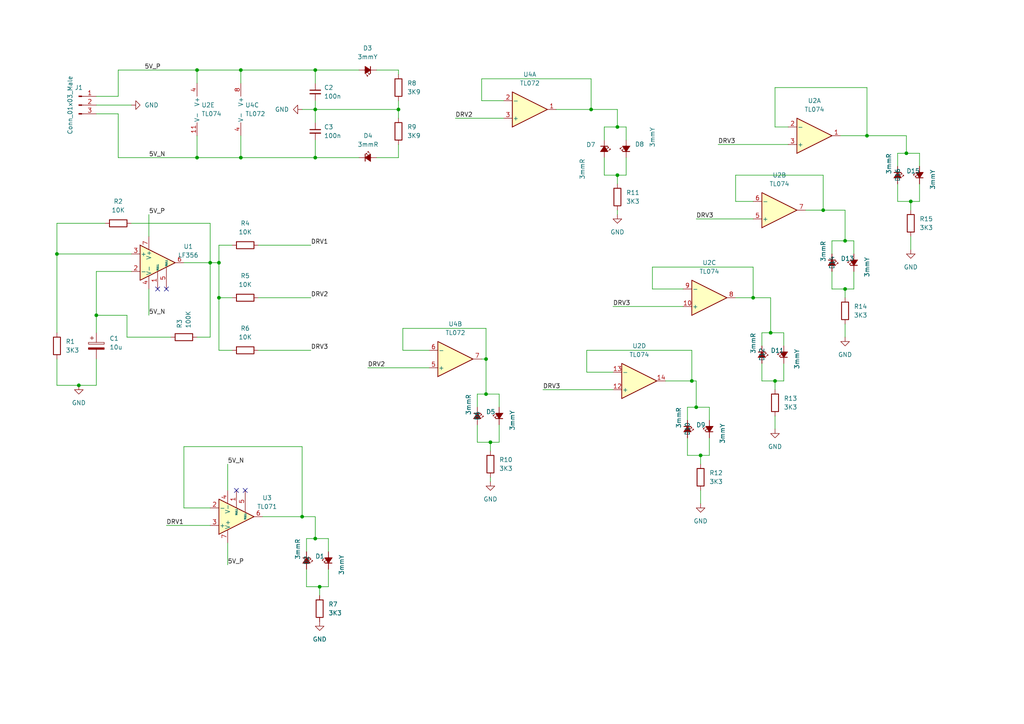
<source format=kicad_sch>
(kicad_sch (version 20211123) (generator eeschema)
  (paper "A4")
  (title_block (title "OpAmp Tester") (company "Satya Rajesh Medidi"))
  (lib_symbols
    (symbol "Amplifier_Operational:LF356" (pin_names (offset 0.127))
      (property "Reference" "U" (at 0 6.35 0))
      (property "Value" "LF356" (at 0 3.81 0))
      (symbol "LF356_0_1"
        (polyline (pts (xy -5.08 5.08) (xy 5.08 0) (xy -5.08 -5.08) (xy -5.08 5.08)) (stroke (width 0.254)) (fill (type background)))
      )
      (symbol "LF356_1_1"
        (pin input line (at 0 -7.62 90) (length 5.08) (name "NULL") (number "1"))
        (pin input line (at -7.62 -2.54 0) (length 2.54) (name "-") (number "2"))
        (pin input line (at -7.62 2.54 0) (length 2.54) (name "+") (number "3"))
        (pin power_in line (at -2.54 -7.62 90) (length 3.81) (name "V-") (number "4"))
        (pin input line (at 2.54 -7.62 90) (length 6.35) (name "NULL") (number "5"))
        (pin output line (at 7.62 0 180) (length 2.54) (name "~") (number "6"))
        (pin power_in line (at -2.54 7.62 270) (length 3.81) (name "V+") (number "7"))
        (pin no_connect line (at 0 2.54 270) (length 2.54) hide (name "NC") (number "8"))
      )
    )
    (symbol "Amplifier_Operational:TL071" (pin_names (offset 0.127))
      (property "Reference" "U" (at 0 6.35 0))
      (property "Value" "TL071" (at 0 3.81 0))
      (symbol "TL071_0_1"
        (polyline (pts (xy -5.08 5.08) (xy 5.08 0) (xy -5.08 -5.08) (xy -5.08 5.08)) (stroke (width 0.254)) (fill (type background)))
      )
      (symbol "TL071_1_1"
        (pin input line (at 0 -7.62 90) (length 5.08) (name "NULL") (number "1"))
        (pin input line (at -7.62 -2.54 0) (length 2.54) (name "-") (number "2"))
        (pin input line (at -7.62 2.54 0) (length 2.54) (name "+") (number "3"))
        (pin power_in line (at -2.54 -7.62 90) (length 3.81) (name "V-") (number "4"))
        (pin input line (at 2.54 -7.62 90) (length 6.35) (name "NULL") (number "5"))
        (pin output line (at 7.62 0 180) (length 2.54) (name "~") (number "6"))
        (pin power_in line (at -2.54 7.62 270) (length 3.81) (name "V+") (number "7"))
        (pin no_connect line (at 0 2.54 270) (length 2.54) hide (name "NC") (number "8"))
      )
    )
    (symbol "Amplifier_Operational:TL072" (pin_names (offset 0.127))
      (property "Reference" "U" (at 0 5.08 0))
      (property "Value" "TL072" (at 0 -5.08 0))
      (symbol "TL072_1_1"
        (polyline (pts (xy -5.08 5.08) (xy 5.08 0) (xy -5.08 -5.08) (xy -5.08 5.08)) (stroke (width 0.254)) (fill (type background)))
        (pin output line (at 7.62 0 180) (length 2.54) (name "~") (number "1"))
        (pin input line (at -7.62 -2.54 0) (length 2.54) (name "-") (number "2"))
        (pin input line (at -7.62 2.54 0) (length 2.54) (name "+") (number "3"))
      )
      (symbol "TL072_2_1"
        (polyline (pts (xy -5.08 5.08) (xy 5.08 0) (xy -5.08 -5.08) (xy -5.08 5.08)) (stroke (width 0.254)) (fill (type background)))
        (pin input line (at -7.62 2.54 0) (length 2.54) (name "+") (number "5"))
        (pin input line (at -7.62 -2.54 0) (length 2.54) (name "-") (number "6"))
        (pin output line (at 7.62 0 180) (length 2.54) (name "~") (number "7"))
      )
      (symbol "TL072_3_1"
        (pin power_in line (at -2.54 -7.62 90) (length 3.81) (name "V-") (number "4"))
        (pin power_in line (at -2.54 7.62 270) (length 3.81) (name "V+") (number "8"))
      )
    )
    (symbol "Amplifier_Operational:TL074" (pin_names (offset 0.127))
      (property "Reference" "U" (at 0 5.08 0))
      (property "Value" "TL074" (at 0 -5.08 0))
      (symbol "TL074_1_1"
        (polyline (pts (xy -5.08 5.08) (xy 5.08 0) (xy -5.08 -5.08) (xy -5.08 5.08)) (stroke (width 0.254)) (fill (type background)))
        (pin output line (at 7.62 0 180) (length 2.54) (name "~") (number "1"))
        (pin input line (at -7.62 -2.54 0) (length 2.54) (name "-") (number "2"))
        (pin input line (at -7.62 2.54 0) (length 2.54) (name "+") (number "3"))
      )
      (symbol "TL074_2_1"
        (polyline (pts (xy -5.08 5.08) (xy 5.08 0) (xy -5.08 -5.08) (xy -5.08 5.08)) (stroke (width 0.254)) (fill (type background)))
        (pin input line (at -7.62 2.54 0) (length 2.54) (name "+") (number "5"))
        (pin input line (at -7.62 -2.54 0) (length 2.54) (name "-") (number "6"))
        (pin output line (at 7.62 0 180) (length 2.54) (name "~") (number "7"))
      )
      (symbol "TL074_3_1"
        (polyline (pts (xy -5.08 5.08) (xy 5.08 0) (xy -5.08 -5.08) (xy -5.08 5.08)) (stroke (width 0.254)) (fill (type background)))
        (pin input line (at -7.62 2.54 0) (length 2.54) (name "+") (number "10"))
        (pin output line (at 7.62 0 180) (length 2.54) (name "~") (number "8"))
        (pin input line (at -7.62 -2.54 0) (length 2.54) (name "-") (number "9"))
      )
      (symbol "TL074_4_1"
        (polyline (pts (xy -5.08 5.08) (xy 5.08 0) (xy -5.08 -5.08) (xy -5.08 5.08)) (stroke (width 0.254)) (fill (type background)))
        (pin input line (at -7.62 2.54 0) (length 2.54) (name "+") (number "12"))
        (pin input line (at -7.62 -2.54 0) (length 2.54) (name "-") (number "13"))
        (pin output line (at 7.62 0 180) (length 2.54) (name "~") (number "14"))
      )
      (symbol "TL074_5_1"
        (pin power_in line (at -2.54 -7.62 90) (length 3.81) (name "V-") (number "11"))
        (pin power_in line (at -2.54 7.62 270) (length 3.81) (name "V+") (number "4"))
      )
    )
    (symbol "Connector:Conn_01x03_Male" (pin_names (offset 1.016) hide)
      (property "Reference" "J" (at 0 5.08 0))
      (property "Value" "Conn_01x03_Male" (at 0 -5.08 0))
      (symbol "Conn_01x03_Male_1_1"
        (polyline (pts (xy 1.27 -2.54) (xy 0.8636 -2.54)) (stroke (width 0.1524)))
        (polyline (pts (xy 1.27 0) (xy 0.8636 0)) (stroke (width 0.1524)))
        (polyline (pts (xy 1.27 2.54) (xy 0.8636 2.54)) (stroke (width 0.1524)))
        (rectangle (start 0.8636 -2.413) (end 0 -2.667) (stroke (width 0.1524)) (fill (type outline)))
        (rectangle (start 0.8636 0.127) (end 0 -0.127) (stroke (width 0.1524)) (fill (type outline)))
        (rectangle (start 0.8636 2.667) (end 0 2.413) (stroke (width 0.1524)) (fill (type outline)))
        (pin passive line (at 5.08 2.54 180) (length 3.81) (name "Pin_1") (number "1"))
        (pin passive line (at 5.08 0 180) (length 3.81) (name "Pin_2") (number "2"))
        (pin passive line (at 5.08 -2.54 180) (length 3.81) (name "Pin_3") (number "3"))
      )
    )
    (symbol "Device:C_Polarized" (pin_numbers hide) (pin_names (offset 0.254))
      (property "Reference" "C" (at 0.635 2.54 0))
      (property "Value" "C_Polarized" (at 0.635 -2.54 0))
      (symbol "C_Polarized_0_1"
        (rectangle (start -2.286 0.508) (end 2.286 1.016))
        (polyline (pts (xy -1.778 2.286) (xy -0.762 2.286)))
        (polyline (pts (xy -1.27 2.794) (xy -1.27 1.778)))
        (rectangle (start 2.286 -0.508) (end -2.286 -1.016) (fill (type outline)))
      )
      (symbol "C_Polarized_1_1"
        (pin passive line (at 0 3.81 270) (length 2.794) (name "~") (number "1"))
        (pin passive line (at 0 -3.81 90) (length 2.794) (name "~") (number "2"))
      )
    )
    (symbol "Device:C_Small" (pin_numbers hide) (pin_names (offset 0.254) hide)
      (property "Reference" "C" (at 0.254 1.778 0))
      (property "Value" "C_Small" (at 0.254 -2.032 0))
      (symbol "C_Small_0_1"
        (polyline (pts (xy -1.524 -0.508) (xy 1.524 -0.508)) (stroke (width 0.3302)))
        (polyline (pts (xy -1.524 0.508) (xy 1.524 0.508)) (stroke (width 0.3048)))
      )
      (symbol "C_Small_1_1"
        (pin passive line (at 0 2.54 270) (length 2.032) (name "~") (number "1"))
        (pin passive line (at 0 -2.54 90) (length 2.032) (name "~") (number "2"))
      )
    )
    (symbol "Device:LED_Small_Filled" (pin_numbers hide) (pin_names (offset 0.254) hide)
      (property "Reference" "D" (at -1.27 3.175 0))
      (property "Value" "LED_Small_Filled" (at -4.445 -2.54 0))
      (symbol "LED_Small_Filled_0_1"
        (polyline (pts (xy -0.762 -1.016) (xy -0.762 1.016)) (stroke (width 0.254)))
        (polyline (pts (xy 1.016 0) (xy -0.762 0)))
        (polyline (pts (xy 0.762 -1.016) (xy -0.762 0) (xy 0.762 1.016) (xy 0.762 -1.016)) (stroke (width 0.254)) (fill (type outline)))
        (polyline (pts (xy 0 0.762) (xy -0.508 1.27) (xy -0.254 1.27) (xy -0.508 1.27) (xy -0.508 1.016)))
        (polyline (pts (xy 0.508 1.27) (xy 0 1.778) (xy 0.254 1.778) (xy 0 1.778) (xy 0 1.524)))
      )
      (symbol "LED_Small_Filled_1_1"
        (pin passive line (at -2.54 0 0) (length 1.778) (name "K") (number "1"))
        (pin passive line (at 2.54 0 180) (length 1.778) (name "A") (number "2"))
      )
    )
    (symbol "Device:R" (pin_numbers hide) (pin_names (offset 0))
      (property "Reference" "R" (at 2.032 0 90))
      (property "Value" "R" (at 0 0 90))
      (symbol "R_0_1"
        (rectangle (start -1.016 -2.54) (end 1.016 2.54) (stroke (width 0.254)))
      )
      (symbol "R_1_1"
        (pin passive line (at 0 3.81 270) (length 1.27) (name "~") (number "1"))
        (pin passive line (at 0 -3.81 90) (length 1.27) (name "~") (number "2"))
      )
    )
    (symbol "power:GND" (power) (pin_names (offset 0))
      (property "Value" "GND" (at 0 -3.81 0))
      (symbol "GND_0_1"
        (polyline (pts (xy 0 0) (xy 0 -1.27) (xy 1.27 -1.27) (xy 0 -2.54) (xy -1.27 -1.27) (xy 0 -1.27)))
      )
      (symbol "GND_1_1"
        (pin power_in line (at 0 0 270) (length 0) hide (name "GND") (number "1"))
      )
    )
  )
  (junction (at 140.97 104.14))
  (junction (at 92.71 170.18))
  (junction (at 262.89 44.45))
  (junction (at 27.94 91.44))
  (junction (at 179.07 36.83))
  (junction (at 223.52 96.52))
  (junction (at 245.11 83.82))
  (junction (at 69.85 45.72))
  (junction (at 201.93 118.11))
  (junction (at 57.15 45.72))
  (junction (at 171.45 31.75))
  (junction (at 142.24 128.27))
  (junction (at 140.97 114.3))
  (junction (at 57.15 20.32))
  (junction (at 91.44 45.72))
  (junction (at 251.46 39.37))
  (junction (at 115.57 31.75))
  (junction (at 245.11 69.85))
  (junction (at 179.07 50.8))
  (junction (at 218.44 86.36))
  (junction (at 200.66 110.49))
  (junction (at 63.5 86.36))
  (junction (at 91.44 31.75))
  (junction (at 264.16 58.42))
  (junction (at 69.85 20.32))
  (junction (at 224.79 110.49))
  (junction (at 22.86 111.76))
  (junction (at 60.96 76.2))
  (junction (at 91.44 20.32))
  (junction (at 203.2 132.08))
  (junction (at 87.63 149.86))
  (junction (at 16.51 73.66))
  (junction (at 91.44 156.21))
  (junction (at 238.76 60.96))
  (junction (at 63.5 76.2))
  (no_connect (at 71.12 142.24))
  (no_connect (at 68.58 142.24))
  (no_connect (at 48.26 83.82))
  (no_connect (at 45.72 83.82))
  (wire (pts (xy 179.07 50.8) (xy 179.07 53.34)))
  (wire (pts (xy 69.85 20.32) (xy 91.44 20.32)))
  (wire (pts (xy 88.9 160.02) (xy 88.9 156.21)))
  (wire (pts (xy 223.52 96.52) (xy 227.33 96.52)))
  (wire (pts (xy 227.33 96.52) (xy 227.33 100.33)))
  (wire (pts (xy 87.63 149.86) (xy 91.44 149.86)))
  (wire (pts (xy 43.18 83.82) (xy 43.18 91.44)))
  (wire (pts (xy 91.44 29.21) (xy 91.44 31.75)))
  (wire (pts (xy 91.44 31.75) (xy 91.44 35.56)))
  (wire (pts (xy 36.83 91.44) (xy 27.94 91.44)))
  (wire (pts (xy 88.9 165.1) (xy 88.9 170.18)))
  (wire (pts (xy 63.5 76.2) (xy 63.5 71.12)))
  (wire (pts (xy 38.1 73.66) (xy 16.51 73.66)))
  (wire (pts (xy 213.36 50.8) (xy 238.76 50.8)))
  (wire (pts (xy 224.79 36.83) (xy 228.6 36.83)))
  (wire (pts (xy 218.44 58.42) (xy 213.36 58.42)))
  (wire (pts (xy 251.46 39.37) (xy 262.89 39.37)))
  (wire (pts (xy 38.1 64.77) (xy 60.96 64.77)))
  (wire (pts (xy 200.66 110.49) (xy 200.66 101.6)))
  (wire (pts (xy 88.9 156.21) (xy 91.44 156.21)))
  (wire (pts (xy 69.85 39.37) (xy 69.85 45.72)))
  (wire (pts (xy 245.11 83.82) (xy 247.65 83.82)))
  (wire (pts (xy 264.16 68.58) (xy 264.16 72.39)))
  (wire (pts (xy 179.07 31.75) (xy 179.07 36.83)))
  (wire (pts (xy 16.51 73.66) (xy 16.51 96.52)))
  (wire (pts (xy 218.44 63.5) (xy 201.93 63.5)))
  (wire (pts (xy 91.44 40.64) (xy 91.44 45.72)))
  (wire (pts (xy 238.76 60.96) (xy 245.11 60.96)))
  (wire (pts (xy 181.61 36.83) (xy 181.61 40.64)))
  (wire (pts (xy 241.3 78.74) (xy 241.3 83.82)))
  (wire (pts (xy 241.3 83.82) (xy 245.11 83.82)))
  (wire (pts (xy 199.39 127) (xy 199.39 132.08)))
  (wire (pts (xy 266.7 44.45) (xy 266.7 48.26)))
  (wire (pts (xy 199.39 132.08) (xy 203.2 132.08)))
  (wire (pts (xy 218.44 86.36) (xy 223.52 86.36)))
  (wire (pts (xy 16.51 64.77) (xy 16.51 73.66)))
  (wire (pts (xy 205.74 118.11) (xy 205.74 121.92)))
  (wire (pts (xy 88.9 170.18) (xy 92.71 170.18)))
  (wire (pts (xy 53.34 147.32) (xy 60.96 147.32)))
  (wire (pts (xy 95.25 165.1) (xy 95.25 170.18)))
  (wire (pts (xy 27.94 111.76) (xy 22.86 111.76)))
  (wire (pts (xy 138.43 123.19) (xy 138.43 128.27)))
  (wire (pts (xy 53.34 76.2) (xy 60.96 76.2)))
  (wire (pts (xy 203.2 132.08) (xy 205.74 132.08)))
  (wire (pts (xy 115.57 45.72) (xy 115.57 41.91)))
  (wire (pts (xy 76.2 149.86) (xy 87.63 149.86)))
  (wire (pts (xy 171.45 22.86) (xy 171.45 31.75)))
  (wire (pts (xy 57.15 45.72) (xy 69.85 45.72)))
  (wire (pts (xy 224.79 25.4) (xy 224.79 36.83)))
  (wire (pts (xy 91.44 156.21) (xy 95.25 156.21)))
  (wire (pts (xy 91.44 149.86) (xy 91.44 156.21)))
  (wire (pts (xy 57.15 20.32) (xy 57.15 24.13)))
  (wire (pts (xy 140.97 104.14) (xy 140.97 114.3)))
  (wire (pts (xy 199.39 121.92) (xy 199.39 118.11)))
  (wire (pts (xy 170.18 101.6) (xy 170.18 107.95)))
  (wire (pts (xy 262.89 39.37) (xy 262.89 44.45)))
  (wire (pts (xy 74.93 101.6) (xy 90.17 101.6)))
  (wire (pts (xy 260.35 53.34) (xy 260.35 58.42)))
  (wire (pts (xy 251.46 25.4) (xy 224.79 25.4)))
  (wire (pts (xy 124.46 101.6) (xy 116.84 101.6)))
  (wire (pts (xy 116.84 95.25) (xy 140.97 95.25)))
  (wire (pts (xy 57.15 97.79) (xy 60.96 97.79)))
  (wire (pts (xy 213.36 58.42) (xy 213.36 50.8)))
  (wire (pts (xy 200.66 110.49) (xy 201.93 110.49)))
  (wire (pts (xy 74.93 86.36) (xy 90.17 86.36)))
  (wire (pts (xy 208.28 41.91) (xy 228.6 41.91)))
  (wire (pts (xy 179.07 50.8) (xy 181.61 50.8)))
  (wire (pts (xy 87.63 149.86) (xy 87.63 129.54)))
  (wire (pts (xy 223.52 86.36) (xy 223.52 96.52)))
  (wire (pts (xy 179.07 60.96) (xy 179.07 62.23)))
  (wire (pts (xy 60.96 76.2) (xy 63.5 76.2)))
  (wire (pts (xy 224.79 110.49) (xy 224.79 113.03)))
  (wire (pts (xy 27.94 91.44) (xy 27.94 96.52)))
  (wire (pts (xy 213.36 86.36) (xy 218.44 86.36)))
  (wire (pts (xy 63.5 101.6) (xy 63.5 86.36)))
  (wire (pts (xy 247.65 78.74) (xy 247.65 83.82)))
  (wire (pts (xy 27.94 30.48) (xy 38.1 30.48)))
  (wire (pts (xy 139.7 104.14) (xy 140.97 104.14)))
  (wire (pts (xy 91.44 31.75) (xy 115.57 31.75)))
  (wire (pts (xy 27.94 104.14) (xy 27.94 111.76)))
  (wire (pts (xy 106.68 106.68) (xy 124.46 106.68)))
  (wire (pts (xy 266.7 53.34) (xy 266.7 58.42)))
  (wire (pts (xy 264.16 58.42) (xy 264.16 60.96)))
  (wire (pts (xy 53.34 129.54) (xy 53.34 147.32)))
  (wire (pts (xy 95.25 156.21) (xy 95.25 160.02)))
  (wire (pts (xy 87.63 31.75) (xy 91.44 31.75)))
  (wire (pts (xy 38.1 78.74) (xy 27.94 78.74)))
  (wire (pts (xy 49.53 97.79) (xy 36.83 97.79)))
  (wire (pts (xy 144.78 114.3) (xy 144.78 118.11)))
  (wire (pts (xy 245.11 83.82) (xy 245.11 86.36)))
  (wire (pts (xy 241.3 73.66) (xy 241.3 69.85)))
  (wire (pts (xy 200.66 101.6) (xy 170.18 101.6)))
  (wire (pts (xy 74.93 71.12) (xy 90.17 71.12)))
  (wire (pts (xy 30.48 64.77) (xy 16.51 64.77)))
  (wire (pts (xy 109.22 20.32) (xy 115.57 20.32)))
  (wire (pts (xy 144.78 123.19) (xy 144.78 128.27)))
  (wire (pts (xy 203.2 132.08) (xy 203.2 134.62)))
  (wire (pts (xy 205.74 127) (xy 205.74 132.08)))
  (wire (pts (xy 201.93 118.11) (xy 205.74 118.11)))
  (wire (pts (xy 264.16 58.42) (xy 266.7 58.42)))
  (wire (pts (xy 16.51 111.76) (xy 22.86 111.76)))
  (wire (pts (xy 63.5 71.12) (xy 67.31 71.12)))
  (wire (pts (xy 224.79 110.49) (xy 227.33 110.49)))
  (wire (pts (xy 48.26 152.4) (xy 60.96 152.4)))
  (wire (pts (xy 116.84 101.6) (xy 116.84 95.25)))
  (wire (pts (xy 140.97 95.25) (xy 140.97 104.14)))
  (wire (pts (xy 139.7 22.86) (xy 171.45 22.86)))
  (wire (pts (xy 91.44 45.72) (xy 104.14 45.72)))
  (wire (pts (xy 16.51 104.14) (xy 16.51 111.76)))
  (wire (pts (xy 132.08 34.29) (xy 146.05 34.29)))
  (wire (pts (xy 243.84 39.37) (xy 251.46 39.37)))
  (wire (pts (xy 66.04 134.62) (xy 66.04 142.24)))
  (wire (pts (xy 201.93 110.49) (xy 201.93 118.11)))
  (wire (pts (xy 57.15 39.37) (xy 57.15 45.72)))
  (wire (pts (xy 220.98 105.41) (xy 220.98 110.49)))
  (wire (pts (xy 115.57 29.21) (xy 115.57 31.75)))
  (wire (pts (xy 241.3 69.85) (xy 245.11 69.85)))
  (wire (pts (xy 203.2 142.24) (xy 203.2 146.05)))
  (wire (pts (xy 138.43 118.11) (xy 138.43 114.3)))
  (wire (pts (xy 92.71 170.18) (xy 95.25 170.18)))
  (wire (pts (xy 115.57 31.75) (xy 115.57 34.29)))
  (wire (pts (xy 260.35 58.42) (xy 264.16 58.42)))
  (wire (pts (xy 67.31 86.36) (xy 63.5 86.36)))
  (wire (pts (xy 34.29 45.72) (xy 57.15 45.72)))
  (wire (pts (xy 91.44 20.32) (xy 91.44 24.13)))
  (wire (pts (xy 247.65 69.85) (xy 247.65 73.66)))
  (wire (pts (xy 138.43 114.3) (xy 140.97 114.3)))
  (wire (pts (xy 189.23 83.82) (xy 189.23 77.47)))
  (wire (pts (xy 260.35 44.45) (xy 262.89 44.45)))
  (wire (pts (xy 218.44 77.47) (xy 218.44 86.36)))
  (wire (pts (xy 91.44 20.32) (xy 104.14 20.32)))
  (wire (pts (xy 139.7 29.21) (xy 139.7 22.86)))
  (wire (pts (xy 69.85 45.72) (xy 91.44 45.72)))
  (wire (pts (xy 142.24 128.27) (xy 142.24 130.81)))
  (wire (pts (xy 238.76 50.8) (xy 238.76 60.96)))
  (wire (pts (xy 220.98 96.52) (xy 223.52 96.52)))
  (wire (pts (xy 161.29 31.75) (xy 171.45 31.75)))
  (wire (pts (xy 171.45 31.75) (xy 179.07 31.75)))
  (wire (pts (xy 34.29 20.32) (xy 57.15 20.32)))
  (wire (pts (xy 140.97 114.3) (xy 144.78 114.3)))
  (wire (pts (xy 220.98 110.49) (xy 224.79 110.49)))
  (wire (pts (xy 27.94 78.74) (xy 27.94 91.44)))
  (wire (pts (xy 66.04 157.48) (xy 66.04 163.83)))
  (wire (pts (xy 34.29 33.02) (xy 34.29 45.72)))
  (wire (pts (xy 262.89 44.45) (xy 266.7 44.45)))
  (wire (pts (xy 138.43 128.27) (xy 142.24 128.27)))
  (wire (pts (xy 220.98 100.33) (xy 220.98 96.52)))
  (wire (pts (xy 193.04 110.49) (xy 200.66 110.49)))
  (wire (pts (xy 63.5 86.36) (xy 63.5 76.2)))
  (wire (pts (xy 67.31 101.6) (xy 63.5 101.6)))
  (wire (pts (xy 260.35 48.26) (xy 260.35 44.45)))
  (wire (pts (xy 179.07 36.83) (xy 181.61 36.83)))
  (wire (pts (xy 251.46 39.37) (xy 251.46 25.4)))
  (wire (pts (xy 87.63 129.54) (xy 53.34 129.54)))
  (wire (pts (xy 27.94 27.94) (xy 34.29 27.94)))
  (wire (pts (xy 175.26 40.64) (xy 175.26 36.83)))
  (wire (pts (xy 43.18 62.23) (xy 43.18 68.58)))
  (wire (pts (xy 60.96 76.2) (xy 60.96 64.77)))
  (wire (pts (xy 34.29 27.94) (xy 34.29 20.32)))
  (wire (pts (xy 189.23 77.47) (xy 218.44 77.47)))
  (wire (pts (xy 146.05 29.21) (xy 139.7 29.21)))
  (wire (pts (xy 60.96 97.79) (xy 60.96 76.2)))
  (wire (pts (xy 170.18 107.95) (xy 177.8 107.95)))
  (wire (pts (xy 177.8 88.9) (xy 198.12 88.9)))
  (wire (pts (xy 227.33 105.41) (xy 227.33 110.49)))
  (wire (pts (xy 142.24 128.27) (xy 144.78 128.27)))
  (wire (pts (xy 36.83 97.79) (xy 36.83 91.44)))
  (wire (pts (xy 175.26 45.72) (xy 175.26 50.8)))
  (wire (pts (xy 92.71 170.18) (xy 92.71 172.72)))
  (wire (pts (xy 233.68 60.96) (xy 238.76 60.96)))
  (wire (pts (xy 109.22 45.72) (xy 115.57 45.72)))
  (wire (pts (xy 27.94 33.02) (xy 34.29 33.02)))
  (wire (pts (xy 175.26 50.8) (xy 179.07 50.8)))
  (wire (pts (xy 199.39 118.11) (xy 201.93 118.11)))
  (wire (pts (xy 115.57 20.32) (xy 115.57 21.59)))
  (wire (pts (xy 57.15 20.32) (xy 69.85 20.32)))
  (wire (pts (xy 175.26 36.83) (xy 179.07 36.83)))
  (wire (pts (xy 181.61 45.72) (xy 181.61 50.8)))
  (wire (pts (xy 142.24 138.43) (xy 142.24 139.7)))
  (wire (pts (xy 245.11 60.96) (xy 245.11 69.85)))
  (wire (pts (xy 69.85 20.32) (xy 69.85 24.13)))
  (wire (pts (xy 245.11 93.98) (xy 245.11 97.79)))
  (wire (pts (xy 245.11 69.85) (xy 247.65 69.85)))
  (wire (pts (xy 198.12 83.82) (xy 189.23 83.82)))
  (wire (pts (xy 157.48 113.03) (xy 177.8 113.03)))
  (wire (pts (xy 224.79 120.65) (xy 224.79 124.46)))
  (label "DRV2" (at 106.68 106.68 0))
  (label "DRV3" (at 90.17 101.6 0))
  (label "5V_N" (at 43.18 45.72 0))
  (label "5V_N" (at 66.04 134.62 0))
  (label "DRV3" (at 201.93 63.5 0))
  (label "DRV1" (at 48.26 152.4 0))
  (label "5V_P" (at 66.04 163.83 0))
  (label "DRV1" (at 90.17 71.12 0))
  (label "DRV2" (at 132.08 34.29 0))
  (label "5V_P" (at 41.91 20.32 0))
  (label "DRV3" (at 208.28 41.91 0))
  (label "DRV3" (at 177.8 88.9 0))
  (label "DRV2" (at 90.17 86.36 0))
  (label "DRV3" (at 157.48 113.03 0))
  (label "5V_P" (at 43.18 62.23 0))
  (label "5V_N" (at 43.18 91.44 0))
  (symbol (lib_id "Device:LED_Small_Filled") (at 205.74 124.46 90) (unit 1)
    (property "Reference" "D10" (at 199.39 124.3965 0))
    (property "Value" "3mmY" (at 209.55 125.73 0))
    (property "Footprint" "LED_THT:LED_D3.0mm" (effects hide))
  )
  (symbol (lib_id "Device:LED_Small_Filled") (at 260.35 50.8 270) (unit 1)
    (property "Reference" "D15" (at 262.89 49.5934 90) (effects (justify left)))
    (property "Value" "3mmR" (at 257.81 44.45 0) (effects (justify left)))
    (property "Footprint" "LED_THT:LED_D3.0mm" (effects hide))
  )
  (symbol (lib_id "Device:R") (at 245.11 90.17 0) (unit 1)
    (property "Reference" "R14" (at 247.65 88.8999 0) (effects (justify left)))
    (property "Value" "3K3" (at 247.65 91.4399 0) (effects (justify left)))
    (property "Footprint" "Resistor_THT:R_Axial_DIN0411_L9.9mm_D3.6mm_P15.24mm_Horizontal" (effects hide))
  )
  (symbol (lib_id "Device:R") (at 53.34 97.79 90) (unit 1)
    (property "Reference" "R3" (at 52.0699 95.25 0) (effects (justify left)))
    (property "Value" "100K" (at 54.6099 95.25 0) (effects (justify left)))
    (property "Footprint" "Resistor_THT:R_Axial_DIN0411_L9.9mm_D3.6mm_P15.24mm_Horizontal" (effects hide))
  )
  (symbol (lib_id "Device:LED_Small_Filled") (at 106.68 20.32 180) (unit 1)
    (property "Reference" "D3" (at 106.6165 13.97 0))
    (property "Value" "3mmY" (at 106.6165 16.51 0))
    (property "Footprint" "LED_THT:LED_D3.0mm" (effects hide))
  )
  (symbol (lib_id "Device:LED_Small_Filled") (at 227.33 102.87 90) (unit 1)
    (property "Reference" "D12" (at 220.98 102.8065 0))
    (property "Value" "3mmY" (at 231.14 104.14 0))
    (property "Footprint" "LED_THT:LED_D3.0mm" (effects hide))
  )
  (symbol (lib_id "Connector:Conn_01x03_Male") (at 22.86 30.48 0) (unit 1)
    (property "Reference" "J1" (at 22.86 25.4 0))
    (property "Value" "Conn_01x03_Male" (at 20.32 30.48 90))
    (property "Footprint" "Connector_Phoenix_MSTB:PhoenixContact_MSTBA_2,5_3-G-5,08_1x03_P5.08mm_Horizontal" (effects hide))
  )
  (symbol (lib_id "Amplifier_Operational:TL074") (at 205.74 86.36 0) (mirror x) (unit 3)
    (property "Reference" "U2" (at 205.74 76.2 0))
    (property "Value" "TL074" (at 205.74 78.74 0))
    (property "Footprint" "Package_DIP:DIP-16_W7.62mm_Socket" (effects hide))
    (property "Datasheet" "http://www.ti.com/lit/ds/symlink/tl071.pdf" (effects hide))
  )
  (symbol (lib_id "Device:R") (at 34.29 64.77 90) (unit 1)
    (property "Reference" "R2" (at 34.29 58.42 90))
    (property "Value" "10K" (at 34.29 60.96 90))
    (property "Footprint" "Resistor_THT:R_Axial_DIN0411_L9.9mm_D3.6mm_P15.24mm_Horizontal" (effects hide))
  )
  (symbol (lib_id "Amplifier_Operational:TL071") (at 68.58 149.86 0) (mirror x) (unit 1)
    (property "Reference" "U3" (at 77.47 144.3988 0))
    (property "Value" "TL071" (at 77.47 146.9388 0))
    (property "Footprint" "Package_DIP:DIP-8_W7.62mm_Socket" (effects hide))
    (property "Datasheet" "http://www.ti.com/lit/ds/symlink/tl071.pdf" (effects hide))
  )
  (symbol (lib_id "power:GND") (at 22.86 111.76 0) (unit 1)
    (property "Reference" "#PWR0104" (effects hide))
    (property "Value" "GND" (at 22.86 116.84 0))
  )
  (symbol (lib_id "Device:R") (at 179.07 57.15 0) (unit 1)
    (property "Reference" "R11" (at 181.61 55.8799 0) (effects (justify left)))
    (property "Value" "3K3" (at 181.61 58.4199 0) (effects (justify left)))
    (property "Footprint" "Resistor_THT:R_Axial_DIN0411_L9.9mm_D3.6mm_P15.24mm_Horizontal" (effects hide))
  )
  (symbol (lib_id "power:GND") (at 92.71 180.34 0) (unit 1)
    (property "Reference" "#PWR0103" (effects hide))
    (property "Value" "GND" (at 92.71 185.42 0))
  )
  (symbol (lib_id "power:GND") (at 87.63 31.75 270) (unit 1)
    (property "Reference" "#PWR0102" (effects hide))
    (property "Value" "GND" (at 83.82 31.7499 90) (effects (justify right)))
  )
  (symbol (lib_id "Amplifier_Operational:TL074") (at 226.06 60.96 0) (mirror x) (unit 2)
    (property "Reference" "U2" (at 226.06 50.8 0))
    (property "Value" "TL074" (at 226.06 53.34 0))
    (property "Footprint" "Package_DIP:DIP-16_W7.62mm_Socket" (effects hide))
    (property "Datasheet" "http://www.ti.com/lit/ds/symlink/tl071.pdf" (effects hide))
  )
  (symbol (lib_id "Device:LED_Small_Filled") (at 106.68 45.72 0) (unit 1)
    (property "Reference" "D4" (at 106.7435 39.37 0))
    (property "Value" "3mmR" (at 106.7435 41.91 0))
    (property "Footprint" "LED_THT:LED_D3.0mm" (effects hide))
  )
  (symbol (lib_id "power:GND") (at 264.16 72.39 0) (unit 1)
    (property "Reference" "#PWR0107" (effects hide))
    (property "Value" "GND" (at 264.16 77.47 0))
  )
  (symbol (lib_id "Device:R") (at 71.12 101.6 90) (unit 1)
    (property "Reference" "R6" (at 71.12 95.25 90))
    (property "Value" "10K" (at 71.12 97.79 90))
    (property "Footprint" "Resistor_THT:R_Axial_DIN0411_L9.9mm_D3.6mm_P15.24mm_Horizontal" (effects hide))
  )
  (symbol (lib_id "Device:LED_Small_Filled") (at 138.43 120.65 270) (unit 1)
    (property "Reference" "D5" (at 140.97 119.4434 90) (effects (justify left)))
    (property "Value" "3mmR" (at 135.89 114.3 0) (effects (justify left)))
    (property "Footprint" "LED_THT:LED_D3.0mm" (effects hide))
  )
  (symbol (lib_id "Amplifier_Operational:TL072") (at 132.08 104.14 0) (mirror x) (unit 2)
    (property "Reference" "U4" (at 132.08 93.98 0))
    (property "Value" "TL072" (at 132.08 96.52 0))
    (property "Footprint" "Package_DIP:DIP-8_W7.62mm_Socket" (effects hide))
    (property "Datasheet" "http://www.ti.com/lit/ds/symlink/tl071.pdf" (effects hide))
  )
  (symbol (lib_id "power:GND") (at 203.2 146.05 0) (unit 1)
    (property "Reference" "#PWR0108" (effects hide))
    (property "Value" "GND" (at 203.2 151.13 0))
  )
  (symbol (lib_id "Amplifier_Operational:TL074") (at 236.22 39.37 0) (mirror x) (unit 1)
    (property "Reference" "U2" (at 236.22 29.21 0))
    (property "Value" "TL074" (at 236.22 31.75 0))
    (property "Footprint" "Package_DIP:DIP-16_W7.62mm_Socket" (effects hide))
    (property "Datasheet" "http://www.ti.com/lit/ds/symlink/tl071.pdf" (effects hide))
  )
  (symbol (lib_id "Device:LED_Small_Filled") (at 181.61 43.18 90) (unit 1)
    (property "Reference" "D8" (at 184.15 41.8464 90) (effects (justify right)))
    (property "Value" "3mmY" (at 189.23 36.83 0) (effects (justify right)))
    (property "Footprint" "LED_THT:LED_D3.0mm" (effects hide))
  )
  (symbol (lib_id "Amplifier_Operational:TL074") (at 59.69 31.75 0) (unit 5)
    (property "Reference" "U2" (at 58.42 30.4799 0) (effects (justify left)))
    (property "Value" "TL074" (at 58.42 33.0199 0) (effects (justify left)))
    (property "Footprint" "Package_DIP:DIP-16_W7.62mm_Socket" (effects hide))
    (property "Datasheet" "http://www.ti.com/lit/ds/symlink/tl071.pdf" (effects hide))
  )
  (symbol (lib_id "power:GND") (at 224.79 124.46 0) (unit 1)
    (property "Reference" "#PWR0105" (effects hide))
    (property "Value" "GND" (at 224.79 129.54 0))
  )
  (symbol (lib_id "Device:LED_Small_Filled") (at 199.39 124.46 270) (unit 1)
    (property "Reference" "D9" (at 201.93 123.2534 90) (effects (justify left)))
    (property "Value" "3mmR" (at 196.85 118.11 0) (effects (justify left)))
    (property "Footprint" "LED_THT:LED_D3.0mm" (effects hide))
  )
  (symbol (lib_id "Device:R") (at 71.12 86.36 90) (unit 1)
    (property "Reference" "R5" (at 71.12 80.01 90))
    (property "Value" "10K" (at 71.12 82.55 90))
    (property "Footprint" "Resistor_THT:R_Axial_DIN0411_L9.9mm_D3.6mm_P15.24mm_Horizontal" (effects hide))
  )
  (symbol (lib_id "Device:LED_Small_Filled") (at 175.26 43.18 270) (unit 1)
    (property "Reference" "D7" (at 172.72 41.9734 90) (effects (justify right)))
    (property "Value" "3mmR" (at 168.91 52.07 0) (effects (justify right)))
    (property "Footprint" "LED_THT:LED_D3.0mm" (effects hide))
  )
  (symbol (lib_id "Amplifier_Operational:TL074") (at 185.42 110.49 0) (mirror x) (unit 4)
    (property "Reference" "U2" (at 185.42 100.33 0))
    (property "Value" "TL074" (at 185.42 102.87 0))
    (property "Footprint" "Package_DIP:DIP-16_W7.62mm_Socket" (effects hide))
    (property "Datasheet" "http://www.ti.com/lit/ds/symlink/tl071.pdf" (effects hide))
  )
  (symbol (lib_id "power:GND") (at 245.11 97.79 0) (unit 1)
    (property "Reference" "#PWR0106" (effects hide))
    (property "Value" "GND" (at 245.11 102.87 0))
  )
  (symbol (lib_id "power:GND") (at 38.1 30.48 90) (unit 1)
    (property "Reference" "#PWR0101" (effects hide))
    (property "Value" "GND" (at 41.91 30.4799 90) (effects (justify right)))
  )
  (symbol (lib_id "power:GND") (at 179.07 62.23 0) (unit 1)
    (property "Reference" "#PWR0110" (effects hide))
    (property "Value" "GND" (at 179.07 67.31 0))
  )
  (symbol (lib_id "Device:LED_Small_Filled") (at 266.7 50.8 90) (unit 1)
    (property "Reference" "D16" (at 260.35 50.7365 0))
    (property "Value" "3mmY" (at 270.51 52.07 0))
    (property "Footprint" "LED_THT:LED_D3.0mm" (effects hide))
  )
  (symbol (lib_id "Device:LED_Small_Filled") (at 95.25 162.56 90) (unit 1)
    (property "Reference" "D2" (at 88.9 162.4965 0))
    (property "Value" "3mmY" (at 99.06 163.83 0))
    (property "Footprint" "LED_THT:LED_D3.0mm" (effects hide))
  )
  (symbol (lib_id "Amplifier_Operational:TL072") (at 72.39 31.75 0) (unit 3)
    (property "Reference" "U4" (at 71.12 30.4799 0) (effects (justify left)))
    (property "Value" "TL072" (at 71.12 33.0199 0) (effects (justify left)))
    (property "Footprint" "Package_DIP:DIP-8_W7.62mm_Socket" (effects hide))
    (property "Datasheet" "http://www.ti.com/lit/ds/symlink/tl071.pdf" (effects hide))
  )
  (symbol (lib_id "Device:R") (at 203.2 138.43 0) (unit 1)
    (property "Reference" "R12" (at 205.74 137.1599 0) (effects (justify left)))
    (property "Value" "3K3" (at 205.74 139.6999 0) (effects (justify left)))
    (property "Footprint" "Resistor_THT:R_Axial_DIN0411_L9.9mm_D3.6mm_P15.24mm_Horizontal" (effects hide))
  )
  (symbol (lib_id "Device:C_Small") (at 91.44 38.1 0) (unit 1)
    (property "Reference" "C3" (at 93.98 36.8362 0) (effects (justify left)))
    (property "Value" "100n" (at 93.98 39.3762 0) (effects (justify left)))
    (property "Footprint" "Capacitor_THT:CP_Radial_D5.0mm_P2.50mm" (effects hide))
  )
  (symbol (lib_id "Device:LED_Small_Filled") (at 88.9 162.56 270) (unit 1)
    (property "Reference" "D1" (at 91.44 161.3534 90) (effects (justify left)))
    (property "Value" "3mmR" (at 86.36 156.21 0) (effects (justify left)))
    (property "Footprint" "LED_THT:LED_D3.0mm" (effects hide))
  )
  (symbol (lib_id "Device:LED_Small_Filled") (at 247.65 76.2 90) (unit 1)
    (property "Reference" "D14" (at 241.3 76.1365 0))
    (property "Value" "3mmY" (at 251.46 77.47 0))
    (property "Footprint" "LED_THT:LED_D3.0mm" (effects hide))
  )
  (symbol (lib_id "Amplifier_Operational:LF356") (at 45.72 76.2 0) (unit 1)
    (property "Reference" "U1" (at 54.61 71.501 0))
    (property "Value" "LF356" (at 54.61 74.041 0))
    (property "Footprint" "Package_DIP:DIP-8_W7.62mm_Socket" (effects hide))
    (property "Datasheet" "http://www.ti.com/lit/ds/symlink/lf357.pdf" (effects hide))
  )
  (symbol (lib_id "Device:LED_Small_Filled") (at 144.78 120.65 90) (unit 1)
    (property "Reference" "D6" (at 138.43 120.5865 0))
    (property "Value" "3mmY" (at 148.59 121.92 0))
    (property "Footprint" "LED_THT:LED_D3.0mm" (effects hide))
  )
  (symbol (lib_id "Device:LED_Small_Filled") (at 220.98 102.87 270) (unit 1)
    (property "Reference" "D11" (at 223.52 101.6634 90) (effects (justify left)))
    (property "Value" "3mmR" (at 218.44 96.52 0) (effects (justify left)))
    (property "Footprint" "LED_THT:LED_D3.0mm" (effects hide))
  )
  (symbol (lib_id "Device:C_Small") (at 91.44 26.67 0) (unit 1)
    (property "Reference" "C2" (at 93.98 25.4062 0) (effects (justify left)))
    (property "Value" "100n" (at 93.98 27.9462 0) (effects (justify left)))
    (property "Footprint" "Capacitor_THT:CP_Radial_D5.0mm_P2.50mm" (effects hide))
  )
  (symbol (lib_id "Device:R") (at 71.12 71.12 90) (unit 1)
    (property "Reference" "R4" (at 71.12 64.77 90))
    (property "Value" "10K" (at 71.12 67.31 90))
    (property "Footprint" "Resistor_THT:R_Axial_DIN0411_L9.9mm_D3.6mm_P15.24mm_Horizontal" (effects hide))
  )
  (symbol (lib_id "Device:R") (at 142.24 134.62 0) (unit 1)
    (property "Reference" "R10" (at 144.78 133.3499 0) (effects (justify left)))
    (property "Value" "3K3" (at 144.78 135.8899 0) (effects (justify left)))
    (property "Footprint" "Resistor_THT:R_Axial_DIN0411_L9.9mm_D3.6mm_P15.24mm_Horizontal" (effects hide))
  )
  (symbol (lib_id "Device:R") (at 224.79 116.84 0) (unit 1)
    (property "Reference" "R13" (at 227.33 115.5699 0) (effects (justify left)))
    (property "Value" "3K3" (at 227.33 118.1099 0) (effects (justify left)))
    (property "Footprint" "Resistor_THT:R_Axial_DIN0411_L9.9mm_D3.6mm_P15.24mm_Horizontal" (effects hide))
  )
  (symbol (lib_id "power:GND") (at 142.24 139.7 0) (unit 1)
    (property "Reference" "#PWR0109" (effects hide))
    (property "Value" "GND" (at 142.24 144.78 0))
  )
  (symbol (lib_id "Amplifier_Operational:TL072") (at 153.67 31.75 0) (mirror x) (unit 1)
    (property "Reference" "U4" (at 153.67 21.59 0))
    (property "Value" "TL072" (at 153.67 24.13 0))
    (property "Footprint" "Package_DIP:DIP-8_W7.62mm_Socket" (effects hide))
    (property "Datasheet" "http://www.ti.com/lit/ds/symlink/tl071.pdf" (effects hide))
  )
  (symbol (lib_id "Device:LED_Small_Filled") (at 241.3 76.2 270) (unit 1)
    (property "Reference" "D13" (at 243.84 74.9934 90) (effects (justify left)))
    (property "Value" "3mmR" (at 238.76 69.85 0) (effects (justify left)))
    (property "Footprint" "LED_THT:LED_D3.0mm" (effects hide))
  )
  (symbol (lib_id "Device:R") (at 16.51 100.33 0) (unit 1)
    (property "Reference" "R1" (at 19.05 99.0599 0) (effects (justify left)))
    (property "Value" "3K3" (at 19.05 101.5999 0) (effects (justify left)))
    (property "Footprint" "Resistor_THT:R_Axial_DIN0411_L9.9mm_D3.6mm_P15.24mm_Horizontal" (effects hide))
  )
  (symbol (lib_id "Device:R") (at 115.57 38.1 0) (unit 1)
    (property "Reference" "R9" (at 118.11 36.8299 0) (effects (justify left)))
    (property "Value" "3K9" (at 118.11 39.3699 0) (effects (justify left)))
    (property "Footprint" "Resistor_THT:R_Axial_DIN0411_L9.9mm_D3.6mm_P15.24mm_Horizontal" (effects hide))
  )
  (symbol (lib_id "Device:R") (at 115.57 25.4 0) (unit 1)
    (property "Reference" "R8" (at 118.11 24.1299 0) (effects (justify left)))
    (property "Value" "3K9" (at 118.11 26.6699 0) (effects (justify left)))
    (property "Footprint" "Resistor_THT:R_Axial_DIN0411_L9.9mm_D3.6mm_P15.24mm_Horizontal" (effects hide))
  )
  (symbol (lib_id "Device:R") (at 264.16 64.77 0) (unit 1)
    (property "Reference" "R15" (at 266.7 63.4999 0) (effects (justify left)))
    (property "Value" "3K3" (at 266.7 66.0399 0) (effects (justify left)))
    (property "Footprint" "Resistor_THT:R_Axial_DIN0411_L9.9mm_D3.6mm_P15.24mm_Horizontal" (effects hide))
  )
  (symbol (lib_id "Device:R") (at 92.71 176.53 0) (unit 1)
    (property "Reference" "R7" (at 95.25 175.2599 0) (effects (justify left)))
    (property "Value" "3K3" (at 95.25 177.7999 0) (effects (justify left)))
    (property "Footprint" "Resistor_THT:R_Axial_DIN0411_L9.9mm_D3.6mm_P15.24mm_Horizontal" (effects hide))
  )
  (symbol (lib_id "Device:C_Polarized") (at 27.94 100.33 0) (unit 1)
    (property "Reference" "C1" (at 31.75 98.1709 0) (effects (justify left)))
    (property "Value" "10u" (at 31.75 100.7109 0) (effects (justify left)))
    (property "Footprint" "Capacitor_THT:CP_Radial_D5.0mm_P2.50mm" (effects hide))
  )
)
</source>
